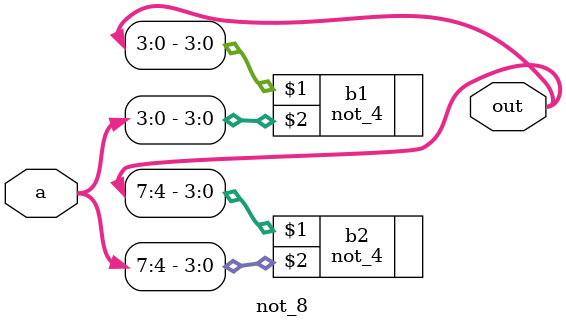
<source format=v>
`timescale 1ns / 1ps


module not_8(out , a);
input [7:0] a;
output [7:0] out;
wire [7:0] out;
not_4 b1(out[3:0] , a[3:0]);
not_4 b2(out[7:4] , a[7:4]);

endmodule

</source>
